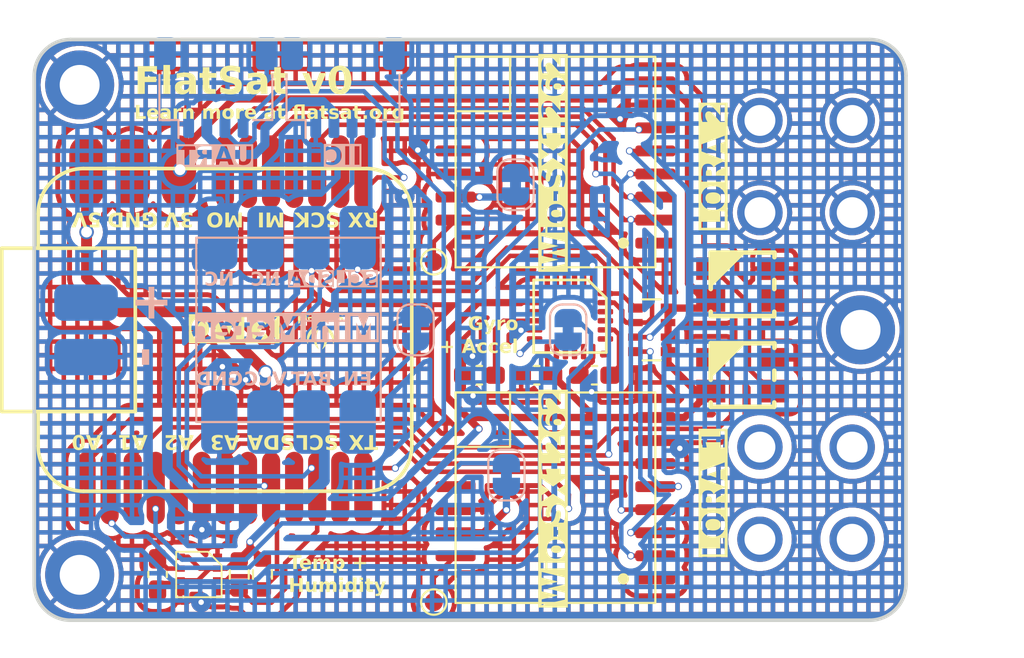
<source format=kicad_pcb>
(kicad_pcb (version 20221018) (generator pcbnew)
  (layers (0 "F.Cu" signal) (31 "B.Cu" signal) (34 "B.Paste" user) (35 "F.Paste" user) (36 "B.SilkS" user "B.Silkscreen") (37 "F.SilkS" user "F.Silkscreen") (38 "B.Mask" user) (39 "F.Mask" user) (44 "Edge.Cuts" user))
  (net 0 "")
  (net 1 "Net-(U2-REGOUT)")
  (net 2 "GND")
  (net 3 "Net-(U2-CPOUT)")
  (net 4 "+3V3")
  (net 11 "Net-(D1-DOUT)")
  (net 19 "SCL")
  (net 20 "SDA")
  (net 21 "Net-(JP1-B)")
  (net 22 "LED")
  (net 24 "CS1")
  (net 25 "CS2")
  (net 26 "SCK")
  (net 27 "MISO")
  (net 28 "MOSI")
  (net 29 "VCC")
  (net 35 "MCU_TX")
  (net 36 "MCU_RX")
  (net 37 "Net-(RN1C-R3.1)")
  (net 38 "Net-(RN1D-R4.1)")
  (net 39 "VBAT")
  (net 40 "Net-(JP2-A)")
  (net 41 "INT")
  (net 42 "Net-(JP3-A)")
  (net 43 "BUSY1")
  (net 44 "Net-(JP5-A)")
  (net 45 "BUSY2")
  (net 46 "Net-(U5-DI01)")
  (net 47 "Net-(U6-DI01)")
  (footprint "Sensor_Motion:InvenSense_QFN-24_4x4mm_P0.5mm" (layer "F.Cu") (at 5.5 -0.75 -90)
    (fp_text reference "U2" hide)
    (fp_text value "MPU-6050")
  )
  (footprint "Seeed:Wio-SX1262" (layer "F.Cu") (at 4.7 9.25 90)
    (fp_text reference "U6" hide)
    (fp_text value "~")
  )
  (footprint "Package_LGA:Bosch_LGA-8_2.5x2.5mm_P0.65mm_ClockwisePinNumbering" (layer "F.Cu") (at -14.935 13.48 -90)
    (fp_text reference "U3" hide)
    (fp_text value "BME280")
  )
  (footprint "MountingHole:MountingHole_2.2mm_M2_DIN965_Pad" (layer "F.Cu") (at -21.5 13.5)
    (fp_text reference "REF**" hide)
    (fp_text value "M2" hide)
  )
  (footprint "Capacitor_SMD:C_0603_1608Metric_Pad1.08x0.95mm_HandSolder" (layer "F.Cu") (at 0.5125 2.5 180)
    (fp_text reference "C1" hide)
    (fp_text value "0.1uf")
  )
  (footprint "Capacitor_SMD:C_0603_1608Metric_Pad1.08x0.95mm_HandSolder" (layer "F.Cu") (at 3.675 2.5 180)
    (fp_text reference "C4" hide)
    (fp_text value "0.1uf")
  )
  (footprint "Connector_Coaxial:SMA_Amphenol_901-143_Horizontal" (layer "F.Cu") (at 18.5 9 -90)
    (fp_text reference "AE1" hide)
    (fp_text value "u.fl to SMA Edge Mount")
  )
  (footprint "MountingHole:MountingHole_2.2mm_M2_DIN965_Pad" (layer "F.Cu") (at 21.5 0)
    (fp_text reference "REF**" hide)
    (fp_text value "M2" hide)
  )
  (footprint "Connector_Coaxial:SMA_Amphenol_901-143_Horizontal" (layer "F.Cu") (at 18.5 -9 -90)
    (fp_text reference "AE2" hide)
    (fp_text value "u.fl to SMA Edge Mount")
  )
  (footprint "Capacitor_SMD:C_0603_1608Metric_Pad1.08x0.95mm_HandSolder" (layer "F.Cu") (at 6.85 2.5 180)
    (fp_text reference "C2" hide)
    (fp_text value "2.2uf")
  )
  (footprint "Capacitor_SMD:C_0603_1608Metric_Pad1.08x0.95mm_HandSolder" (layer "F.Cu") (at -17.21 13.48 90)
    (fp_text reference "C3" hide)
    (fp_text value "0.1uf")
  )
  (footprint "Seeed:XIAO_SMT" (layer "F.Cu") (at -13.5 0 -90)
    (fp_text reference "U1" hide)
    (fp_text value "Xiao" hide)
  )
  (footprint "LED_SMD:LED_SK6812MINI_PLCC4_3.5x3.5mm_P1.75mm" (layer "F.Cu") (at 15 -2.5 180)
    (fp_text reference "D2" hide)
    (fp_text value "SK6812MINI")
  )
  (footprint "LED_SMD:LED_SK6812MINI_PLCC4_3.5x3.5mm_P1.75mm" (layer "F.Cu") (at 15 2.5 180)
    (fp_text reference "D1" hide)
    (fp_text value "SK6812MINI")
  )
  (footprint "Resistor_SMD:R_0603_1608Metric" (layer "F.Cu") (at -12.71 13.48 90)
    (fp_text reference "R4" hide)
    (fp_text value "10K")
  )
  (footprint "TestPoint:TestPoint_Pad_D1.0mm" (layer "F.Cu") (at -2 15)
    (fp_text reference "TP2" hide)
    (fp_text value "TestPoint" hide)
  )
  (footprint "TestPoint:TestPoint_Pad_D1.0mm" (layer "F.Cu") (at -2 -3.75)
    (fp_text reference "TP1" hide)
    (fp_text value "TestPoint" hide)
  )
  (footprint "Seeed:Wio-SX1262" (layer "F.Cu") (at 4.7 -9.25 90)
    (fp_text reference "U5" hide)
    (fp_text value "~")
  )
  (footprint "Resistor_SMD:R_Array_Convex_4x0603" (layer "F.Cu") (at 10 0)
    (fp_text reference "RN1" hide)
    (fp_text value "10K")
  )
  (footprint "MountingHole:MountingHole_2.2mm_M2_DIN965_Pad" (layer "F.Cu") (at -21.5 -13.5)
    (fp_text reference "REF**" hide)
    (fp_text value "M2" hide)
  )
  (footprint "Resistor_SMD:R_0603_1608Metric" (layer "F.Cu") (at -11.435 13.48 -90)
    (fp_text reference "R5" hide)
    (fp_text value "10K")
  )
  (footprint "PicoCharge:MiniMeter" (layer "B.Cu") (at -10 0)
    (fp_text reference "U4" hide)
    (fp_text value "MiniMeter")
  )
  (footprint "Jumper:SolderJumper-2_P1.3mm_Bridged_RoundedPad1.0x1.5mm" (layer "B.Cu") (at -3 0 -90)
    (fp_text reference "JP1" hide)
    (fp_text value "SolderJumper_2_Bridged")
  )
  (footprint "Connector_JST:JST_PH_S2B-PH-SM4-TB_1x02-1MP_P2.00mm_Horizontal" (layer "B.Cu") (at -24 0 90)
    (fp_text reference "J1" hide)
    (fp_text value "LiPo" hide)
  )
  (footprint "Jumper:SolderJumper-2_P1.3mm_Bridged_RoundedPad1.0x1.5mm" (layer "B.Cu") (at 5.4 0 90)
    (fp_text reference "JP2" hide)
    (fp_text value "SolderJumper_2_Bridged")
  )
  (footprint "Connector_JST:JST_SH_SM04B-SRSS-TB_1x04-1MP_P1.00mm_Horizontal" (layer "B.Cu") (at -14 -13.35)
    (fp_text reference "J2" hide)
    (fp_text value "Conn_01x04_MountingPin")
  )
  (footprint "Connector_JST:JST_SH_SM04B-SRSS-TB_1x04-1MP_P1.00mm_Horizontal" (layer "B.Cu") (at -7 -13.35)
    (fp_text reference "J3" hide)
    (fp_text value "Conn_01x04_MountingPin")
  )
  (footprint "Jumper:SolderJumper-2_P1.3mm_Bridged_RoundedPad1.0x1.5mm" (layer "B.Cu") (at 2.5 -8 90)
    (fp_text reference "JP3" hide)
    (fp_text value "SolderJumper_2_Bridged")
  )
  (footprint "Jumper:SolderJumper-2_P1.3mm_Bridged_RoundedPad1.0x1.5mm" (layer "B.Cu") (at 2 8 90)
    (fp_text reference "JP5" hide)
    (fp_text value "SolderJumper_2_Bridged")
  )
  (gr_arc (start -24 -14) (mid -23.414214 -15.414214) (end -22 -16) (stroke (width 0.2)) (layer "Edge.Cuts"))
  (gr_arc (start 24 14) (mid 23.414214 15.414214) (end 22 16) (stroke (width 0.2)) (layer "Edge.Cuts"))
  (gr_line (start -22 16) (end 22 16) (stroke (width 0.2)) (layer "Edge.Cuts"))
  (gr_line (start 22 -16) (end -22 -16) (stroke (width 0.2)) (layer "Edge.Cuts"))
  (gr_arc (start -22 16) (mid -23.414214 15.414214) (end -24 14) (stroke (width 0.2)) (layer "Edge.Cuts"))
  (gr_line (start -24 -14) (end -24 14) (stroke (width 0.2)) (layer "Edge.Cuts"))
  (gr_line (start 24 14) (end 24 -14) (stroke (width 0.2)) (layer "Edge.Cuts"))
  (gr_arc (start 22 -16) (mid 23.414214 -15.414214) (end 24 -14) (stroke (width 0.2)) (layer "Edge.Cuts"))
  (gr_text "Temp +\nHumidity" (at -10 13.5) (layer "F.SilkS") (effects (font (size 0.75 0.75) (thickness 0.1875) bold) (justify left)))
  (gr_text "Learn more at flatsat.org" (at -18.5 -11.5) (layer "F.SilkS") (effects (font (size 0.75 0.75) (thickness 0.1875) bold) (justify left bottom)))
  (gr_text "FlatSat v0\n" (at -18.5 -12.75) (layer "F.SilkS") (effects (font (size 1.5 1.5) (thickness 0.3) bold) (justify left bottom)))
  (gr_text "Gyro\n+ Accel" (at 2.66 1.4) (layer "F.SilkS") (effects (font (size 0.75 0.75) (thickness 0.1875) bold) (justify right bottom)))
  (segment (start 1.84 -0.5) (end 3.55 -0.5) (width 0.25) (layer "F.Cu") (net 1))
  (segment (start 1.375 2.5) (end 1.375 -0.035) (width 0.25) (layer "F.Cu") (net 1))
  (segment (start 1.375 -0.035) (end 1.84 -0.5) (width 0.25) (layer "F.Cu") (net 1))
  (segment (start 2.826933 0) (end 3.55 0) (width 0.25) (layer "F.Cu") (net 2))
  (segment (start 5.9875 2.6975) (end 6.69 3.4) (width 0.25) (layer "F.Cu") (net 2))
  (segment (start 6.75 1.7375) (end 5.9875 2.5) (width 0.25) (layer "F.Cu") (net 2))
  (segment (start 11.55 6.53) (end 11.56 6.54) (width 0.25) (layer "F.Cu") (net 2))
  (segment (start 6.74 -3.55) (end 6.73 -3.55) (width 0.25) (layer "F.Cu") (net 2))
  (segment (start 11.55 6.53) (end 11.12 6.1) (width 0.25) (layer "F.Cu") (net 2))
  (segment (start 6.75 -3.53) (end 6.74 -3.54) (width 0.25) (layer "F.Cu") (net 2))
  (segment (start 6.7 3.41) (end 6.7 3.41) (width 0.25) (layer "F.Cu") (net 2))
  (segment (start 6.75 -2.7) (end 6.75 -3.53) (width 0.25) (layer "F.Cu") (net 2))
  (segment (start 6.73 -3.55) (end 6.74 -3.54) (width 0.25) (layer "F.Cu") (net 2))
  (segment (start 11.12 6.1) (end 10.2 6.1) (width 0.25) (layer "F.Cu") (net 2))
  (segment (start 6.69 3.41) (end 6.7 3.41) (width 0.25) (layer "F.Cu") (net 2))
  (segment (start 6.69 3.4) (end 6.69 3.41) (width 0.25) (layer "F.Cu") (net 2))
  (segment (start 5.9875 2.5) (end 5.9875 2.6975) (width 0.25) (layer "F.Cu") (net 2))
  (segment (start -15.96 13.155) (end -16.6725 13.155) (width 0.25) (layer "F.Cu") (net 2))
  (segment (start 6.74 -3.54) (end 6.74 -3.55) (width 0.25) (layer "F.Cu") (net 2))
  (segment (start 6.75 1.2) (end 6.75 1.7375) (width 0.25) (layer "F.Cu") (net 2))
  (segment (start 2.802433 0.0245) (end 2.826933 0) (width 0.25) (layer "F.Cu") (net 2))
  (segment (start -16.6725 13.155) (end -17.21 12.6175) (width 0.25) (layer "F.Cu") (net 2))
  (via (at 0.16 3.63) (size 0.4) (drill 0.3) (layers "F.Cu" "B.Cu") (net 2))
  (via (at 6.69 3.41) (size 0.4) (drill 0.3) (layers "F.Cu" "B.Cu") (net 2))
  (via (at 2.802433 0.0245) (size 0.4) (drill 0.3) (layers "F.Cu" "B.Cu") (net 2))
  (via (at 8.26 -11.63) (size 0.4) (drill 0.3) (layers "F.Cu" "B.Cu") (net 2))
  (via (at 11.55 6.53) (size 0.4) (drill 0.3) (layers "F.Cu" "B.Cu") (net 2))
  (via (at -12.36 2.75) (size 0.4) (drill 0.3) (layers "F.Cu" "B.Cu") (net 2))
  (via (at 0.13 1.45) (size 0.4) (drill 0.3) (layers "F.Cu" "B.Cu") (net 2))
  (via (at -14.81 15.01) (size 0.4) (drill 0.3) (layers "F.Cu" "B.Cu") (net 2))
  (via (at 6.74 -3.55) (size 0.4) (drill 0.3) (layers "F.Cu" "B.Cu") (net 2))
  (via (at -2.88 -9.91) (size 0.4) (drill 0.3) (layers "F.Cu" "B.Cu") (net 2))
  (via (at -14.77 11.01) (size 0.4) (drill 0.3) (layers "F.Cu" "B.Cu") (net 2))
  (via (at -3.61 -7.36) (size 0.4) (drill 0.3) (layers "F.Cu" "B.Cu") (net 2))
  (via (at -13.64 2.03) (size 0.4) (drill 0.3) (layers "F.Cu" "B.Cu") (net 2))
  (segment (start 7.7125 2.5) (end 8.2 2.0125) (width 0.25) (layer "F.Cu") (net 3))
  (segment (start 7.940685 0) (end 7.45 0) (width 0.25) (layer "F.Cu") (net 3))
  (segment (start 8.2 2.0125) (end 8.2 0.259315) (width 0.25) (layer "F.Cu") (net 3))
  (segment (start 8.2 0.259315) (end 7.940685 0) (width 0.25) (layer "F.Cu") (net 3))
  (segment (start 10.9 1.85) (end 12.425 3.375) (width 0.4) (layer "F.Cu") (net 4))
  (segment (start 10.2 4.83) (end 11.795 4.83) (width 0.4) (layer "F.Cu") (net 4))
  (segment (start -12.12 12.065) (end -12.12 11.68) (width 0.4) (layer "F.Cu") (net 4))
  (segment (start 8.47 -13.67) (end 10.2 -13.67) (width 0.4) (layer "F.Cu") (net 4))
  (segment (start 0.48 5.45) (end 0.48 5.46) (width 0.4) (layer "F.Cu") (net 4))
  (segment (start -15.96 13.805) (end -14.985 13.805) (width 0.25) (layer "F.Cu") (net 4))
  (segment (start 10.9 1.2) (end 10.9 -1.2) (width 0.4) (layer "F.Cu") (net 4))
  (segment (start -13.91 13.155) (end -13.41 13.155) (width 0.25) (layer "F.Cu") (net 4))
  (segment (start -13.41 13.155) (end -12.91 12.655) (width 0.25) (layer "F.Cu") (net 4))
  (segment (start 0.49 5.46) (end 0.49 5.47) (width 0.4) (layer "F.Cu") (net 4))
  (segment (start -15.535 12.505) (end -15.96 12.505) (width 0.25) (layer "F.Cu") (net 4))
  (segment (start 0.48 5.46) (end 0.49 5.46) (width 0.4) (layer "F.Cu") (net 4))
  (segment (start -13.91 13.155) (end -14.885 13.155) (width 0.25) (layer "F.Cu") (net 4))
  (segment (start 10.9 1.2) (end 10.9 1.85) (width 0.4) (layer "F.Cu") (net 4))
  (segment (start -14.335 13.155) (end -13.91 13.155) (width 0.25) (layer "F.Cu") (net 4))
  (segment (start 12.95 -1.625) (end 12.025 -2.55) (width 0.4) (layer "F.Cu") (net 4))
  (segment (start -17.0725 13.955) (end -16.11 13.955) (width 0.25) (layer "F.Cu") (net 4))
  (segment (start -12.71 12.655) (end -12.12 12.065) (width 0.4) (layer "F.Cu") (net 4))
  (segment (start -0.14 4.83) (end 6.8675 4.83) (width 0.4) (layer "F.Cu") (net 4))
  (segment (start -0.14 4.83) (end 0.48 5.45) (width 0.4) (layer "F.Cu") (net 4))
  (segment (start -14.885 13.155) (end -15.535 12.505) (width 0.25) (layer "F.Cu") (net 4))
  (segment (start -1.2875 3.6825) (end -0.14 4.83) (width 0.4) (layer "F.Cu") (net 4))
  (segment (start 4.5375 2.5) (end 4.25 2.2125) (width 0.25) (layer "F.Cu") (net 4))
  (segment (start 3.55 -1.5) (end 2.79 -1.5) (width 0.25) (layer "F.Cu") (net 4))
  (segment (start 10.9 -1.2) (end 12.825 -1.2) (width 0.4) (layer "F.Cu") (net 4))
  (segment (start 10.807817 -13.67) (end 10.2 -13.67) (width 0.4) (layer "F.Cu") (net 4))
  (segment (start 12.025 -12.452817) (end 10.807817 -13.67) (width 0.4) (layer "F.Cu") (net 4))
  (segment (start 4.5375 2.5) (end 6.8675 4.83) (width 0.4) (layer "F.Cu") (net 4))
  (segment (start 0.49 5.46) (end 0.49 5.46) (width 0.4) (layer "F.Cu") (net 4))
  (segment (start 6.8675 4.83) (end 10.2 4.83) (width 0.4) (layer "F.Cu") (net 4))
  (segment (start 2.79 -1.5) (end 0.43 -1.5) (width 0.4) (layer "F.Cu") (net 4))
  (segment (start -14.985 13.805) (end -14.335 13.155) (width 0.25) (layer "F.Cu") (net 4))
  (segment (start 11.795 4.83) (end 13.25 3.375) (width 0.4) (layer "F.Cu") (net 4))
  (segment (start 12.825 -1.2) (end 13.25 -1.625) (width 0.25) (layer "F.Cu") (net 4))
  (segment (start -13.035 -12.725) (end 7.525 -12.725) (width 0.4) (layer "F.Cu") (net 4))
  (segment (start 12.425 3.375) (end 13.25 3.375) (width 0.4) (layer "F.Cu") (net 4))
  (segment (start -16.11 13.955) (end -15.96 13.805) (width 0.25) (layer "F.Cu") (net 4))
  (segment (start 7.525 -12.725) (end 8.47 -13.67) (width 0.4) (layer "F.Cu") (net 4))
  (segment (start -1.2875 0.2175) (end -1.2875 3.6825) (width 0.4) (layer "F.Cu") (net 4))
  (segment (start 0.43 -1.5) (end -1.2875 0.2175) (width 0.4) (layer "F.Cu") (net 4))
  (segment (start -17.46 14.3425) (end -17.0725 13.955) (width 0.25) (layer "F.Cu") (net 4))
  (segment (start 12.025 -2.55) (end 12.025 -12.452817) (width 0.4) (layer "F.Cu") (net 4))
  (segment (start -15.975 -9.785) (end -13.035 -12.725) (width 0.4) (layer "F.Cu") (net 4))
  (segment (start -12.91 12.655) (end -12.71 12.655) (width 0.25) (layer "F.Cu") (net 4))
  (segment (start -12.12 11.97) (end -11.435 12.655) (width 0.4) (layer "F.Cu") (net 4))
  (segment (start 4.25 2.2125) (end 4.25 1.2) (width 0.25) (layer "F.Cu") (net 4))
  (segment (start 13.25 -1.625) (end 12.95 -1.625) (width 0.4) (layer "F.Cu") (net 4))
  (segment (start -15.975 -8.825) (end -15.975 -9.785) (width 0.4) (layer "F.Cu") (net 4))
  (via (at 0.48 5.46) (size 0.4) (drill 0.3) (layers "F.Cu" "B.Cu") (net 4))
  (via (at -12.12 11.68) (size 0.4) (drill 0.3) (layers "F.Cu" "B.Cu") (net 4))
  (via (at -15.975 -8.825) (size 0.8) (drill 0.6) (layers "F.Cu" "B.Cu") (net 4))
  (segment (start 0.48 5.46) (end -4.2 10.14) (width 0.4) (layer "B.Cu") (net 4))
  (segment (start -14.5 -11.35) (end -14.5 -10.726472) (width 0.5) (layer "B.Cu") (net 4))
  (segment (start -15.135 -9.665) (end -15.975 -8.825) (width 0.5) (layer "B.Cu") (net 4))
  (segment (start -13.438528 -9.665) (end -15.135 -9.665) (width 0.5) (layer "B.Cu") (net 4))
  (segment (start -4.2 10.14) (end -10.58 10.14) (width 0.4) (layer "B.Cu") (net 4))
  (segment (start -8.101472 -12.575) (end -7.5 -11.973528) (width 0.5) (layer "B.Cu") (net 4))
  (segment (start -11.3 -11.100432) (end -9.825432 -12.575) (width 0.5) (layer "B.Cu") (net 4))
  (segment (start -13.438528 -9.665) (end -11.86 -9.665) (width 0.5) (layer "B.Cu") (net 4))
  (segment (start -10.58 10.14) (end -12.12 11.68) (width 0.4) (layer "B.Cu") (net 4))
  (segment (start -11.3 -10.225) (end -11.3 -11.100432) (width 0.5) (layer "B.Cu") (net 4))
  (segment (start -11.86 -9.665) (end -11.3 -10.225) (width 0.5) (layer "B.Cu") (net 4))
  (segment (start -9.825432 -12.575) (end -8.101472 -12.575) (width 0.5) (layer "B.Cu") (net 4))
  (segment (start -14.5 -10.726472) (end -13.438528 -9.665) (width 0.5) (layer "B.Cu") (net 4))
  (segment (start -7.5 -11.973528) (end -7.5 -11.35) (width 0.5) (layer "B.Cu") (net 4))
  (segment (start 13.25 -3.375) (end 13.425 -3.375) (width 0.25) (layer "F.Cu") (net 11))
  (segment (start 16.575 3.375) (end 16.75 3.375) (width 0.25) (layer "F.Cu") (net 11))
  (segment (start 13.425 -3.375) (end 15.35 -1.45) (width 0.25) (layer "F.Cu") (net 11))
  (segment (start 15.35 2.15) (end 16.575 3.375) (width 0.25) (layer "F.Cu") (net 11))
  (segment (start 15.35 -1.45) (end 15.35 2.15) (width 0.25) (layer "F.Cu") (net 11))
  (segment (start 8.375 -0.625) (end 8.6 -0.4) (width 0.25) (layer "F.Cu") (net 19))
  (segment (start 10.02 -0.67) (end 10.02 -1.648859) (width 0.25) (layer "F.Cu") (net 19))
  (segment (start -10.185 12.855) (end -8.42 11.09) (width 0.25) (layer "F.Cu") (net 19))
  (segment (start -6.19 -3.34) (end -6.21 -3.34) (width 0.25) (layer "F.Cu") (net 19))
  (segment (start 9.75 -0.4) (end 10.02 -0.67) (width 0.25) (layer "F.Cu") (net 19))
  (segment (start 8.6 -0.4) (end 9.1 -0.4) (width 0.25) (layer "F.Cu") (net 19))
  (segment (start 7.45 -1.5) (end 7.940685 -1.5) (width 0.25) (layer "F.Cu") (net 19))
  (segment (start 9.1 -0.4) (end 9.75 -0.4) (width 0.25) (layer "F.Cu") (net 19))
  (segment (start 2.018604 -4.525) (end 0.093604 -2.6) (width 0.25) (layer "F.Cu") (net 19))
  (segment (start 0.093604 -2.6) (end -5.47 -2.6) (width 0.25) (layer "F.Cu") (net 19))
  (segment (start 7.143859 -4.525) (end 2.018604 -4.525) (width 0.25) (layer "F.Cu") (net 19))
  (segment (start -10.942538 15.03) (end -10.185 14.272462) (width 0.25) (layer "F.Cu") (net 19))
  (segment (start -10.185 14.272462) (end -10.185 12.855) (width 0.25) (layer "F.Cu") (net 19))
  (segment (start 8.375 -1.065685) (end 8.375 -0.625) (width 0.25) (layer "F.Cu") (net 19))
  (segment (start -5.47 -2.6) (end -6.19 -3.32) (width 0.25) (layer "F.Cu") (net 19))
  (segment (start -12.71 14.305) (end -11.985 15.03) (width 0.25) (layer "F.Cu") (net 19))
  (segment (start -12.86 14.455) (end -12.71 14.305) (width 0.25) (layer "F.Cu") (net 19))
  (segment (start -11.985 15.03) (end -10.942538 15.03) (width 0.25) (layer "F.Cu") (net 19))
  (segment (start -6.19 -3.32) (end -6.19 -3.34) (width 0.25) (layer "F.Cu") (net 19))
  (segment (start -13.91 14.455) (end -12.86 14.455) (width 0.25) (layer "F.Cu") (net 19))
  (segment (start -6.21 -3.34) (end -6.19 -3.32) (width 0.25) (layer "F.Cu") (net 19))
  (segment (start -8.42 11.09) (end -8.42 7.62) (width 0.25) (layer "F.Cu") (net 19))
  (segment (start 7.940685 -1.5) (end 8.375 -1.065685) (width 0.25) (layer "F.Cu") (net 19))
  (segment (start 10.02 -1.648859) (end 7.143859 -4.525) (width 0.25) (layer "F.Cu") (net 19))
  (via (at -6.19 -3.34) (size 0.4) (drill 0.3) (layers "F.Cu" "B.Cu") (net 19))
  (via (at -8.7295 7.62) (size 0.4) (drill 0.3) (layers "F.Cu" "B.Cu") (net 19))
  (segment (start -14.243604 0.94) (end -10.753604 0.94) (width 0.25) (layer "B.Cu") (net 19))
  (segment (start -5.5 -5.77) (end -6.19 -5.08) (width 0.25) (layer "B.Cu") (net 19))
  (segment (start -8.28 -1.533604) (end -8.28 -2.28) (width 0.25) (layer "B.Cu") (net 19))
  (segment (start -14.79972 8.07) (end -15.595 7.27472) (width 0.25) (layer "B.Cu") (net 19))
  (segment (start -10.753604 0.94) (end -8.28 -1.533604) (width 0.25) (layer "B.Cu") (net 19))
  (segment (start -6.19 -4.37) (end -6.19 -5.08) (width 0.25) (layer "B.Cu") (net 19))
  (segment (start -15.595 7.27472) (end -15.595 2.291396) (width 0.25) (layer "B.Cu") (net 19))
  (segment (start -8.7295 7.62) (end -9.1795 8.07) (width 0.25) (layer "B.Cu") (net 19))
  (segment (start -5.5 -11.35) (end -5.5 -5.77) (width 0.25) (layer "B.Cu") (net 19))
  (segment (start -8.28 -2.28) (end -6.19 -4.37) (width 0.25) (layer "B.Cu") (net 19))
  (segment (start -15.595 2.291396) (end -14.243604 0.94) (width 0.25) (layer "B.Cu") (net 19))
  (segment (start -9.1795 8.07) (end -14.79972 8.07) (width 0.25) (layer "B.Cu") (net 19))
  (segment (start 6.957463 -4.075) (end 7.45 -3.582463) (width 0.25) (layer "F.Cu") (net 20))
  (segment (start -13.202462 13.58) (end -12.16 13.58) (width 0.25) (layer "F.Cu") (net 20))
  (segment (start -12.16 13.58) (end -11.435 14.305) (width 0.25) (layer "F.Cu") (net 20))
  (segment (start 7.45 -3.582463) (end 7.45 -2) (width 0.25) (layer "F.Cu") (net 20))
  (segment (start -8.73 -3.26) (end -7.62 -2.15) (width 0.25) (layer "F.Cu") (net 20))
  (segment (start -11.435 14.305) (end -10.635 13.505) (width 0.25) (layer "F.Cu") (net 20))
  (segment (start 2.205 -4.075) (end 6.957463 -4.075) (width 0.25) (layer "F.Cu") (net 20))
  (segment (start 7.45 -2) (end 8.3 -2) (width 0.25) (layer "F.Cu") (net 20))
  (segment (start 0.28 -2.15) (end 2.205 -4.075) (width 0.25) (layer "F.Cu") (net 20))
  (segment (start 8.3 -2) (end 9.1 -1.2) (width 0.25) (layer "F.Cu") (net 20))
  (segment (start -7.62 -2.15) (end 0.28 -2.15) (width 0.25) (layer "F.Cu") (net 20))
  (segment (start -10.635 7.945) (end -10.96 7.62) (width 0.25) (layer "F.Cu") (net 20))
  (segment (start -10.635 13.505) (end -10.635 7.945) (width 0.25) (layer "F.Cu") (net 20))
  (segment (start -13.91 13.805) (end -13.427462 13.805) (width 0.25) (layer "F.Cu") (net 20))
  (segment (start -13.427462 13.805) (end -13.202462 13.58) (width 0.25) (layer "F.Cu") (net 20))
  (via (at -8.73 -3.26) (size 0.4) (drill 0.3) (layers "F.Cu" "B.Cu") (net 20))
  (via (at -11.3305 8.6005) (size 0.4) (drill 0.3) (layers "F.Cu" "B.Cu") (net 20))
  (segment (start -16.045 7.461116) (end -16.045 2.105) (width 0.25) (layer "B.Cu") (net 20))
  (segment (start -6.5 -8.09) (end -8.73 -5.86) (width 0.25) (layer "B.Cu") (net 20))
  (segment (start -8.73 -5.86) (end -8.73 -5.08) (width 0.25) (layer "B.Cu") (net 20))
  (segment (start -14.905616 8.6005) (end -16.045 7.461116) (width 0.25) (layer "B.Cu") (net 20))
  (segment (start -8.73 -1.72) (end -8.73 -5.08) (width 0.25) (layer "B.Cu") (net 20))
  (segment (start -10.94 0.49) (end -8.73 -1.72) (width 0.25) (layer "B.Cu") (net 20))
  (segment (start -14.43 0.49) (end -10.94 0.49) (width 0.25) (layer "B.Cu") (net 20))
  (segment (start -6.5 -11.35) (end -6.5 -8.09) (width 0.25) (layer "B.Cu") (net 20))
  (segment (start -16.045 2.105) (end -14.43 0.49) (width 0.25) (layer "B.Cu") (net 20))
  (segment (start -11.3305 8.6005) (end -14.905616 8.6005) (width 0.25) (layer "B.Cu") (net 20))
  (segment (start -3 1.16) (end -3 0.65) (width 0.25) (layer "B.Cu") (net 21))
  (segment (start -6.19 4.35) (end -3 1.16) (width 0.25) (layer "B.Cu") (net 21))
  (segment (start -6.19 5.08) (end -6.19 4.35) (width 0.25) (layer "B.Cu") (net 21))
  (segment (start -21.12 7.62) (end -21.12 7.323274) (width 0.25) (layer "F.Cu") (net 22))
  (segment (start -1.89 6.47) (end 6.98 6.47) (width 0.25) (layer "F.Cu") (net 22))
  (segment (start 13.425 1.625) (end 13.25 1.625) (width 0.25) (layer "F.Cu") (net 22))
  (segment (start -18.716726 4.92) (end -3.44 4.92) (width 0.25) (layer "F.Cu") (net 22))
  (segment (start -21.12 7.323274) (end -18.716726 4.92) (width 0.25) (layer "F.Cu") (net 22))
  (segment (start 13.645 5.455) (end 14.375 4.725) (width 0.25) (layer "F.Cu") (net 22))
  (segment (start 14.375 4.725) (end 14.375 2.575) (width 0.25) (layer "F.Cu") (net 22))
  (segment (start 7.995 5.455) (end 13.645 5.455) (width 0.25) (layer "F.Cu") (net 22))
  (segment (start -3.44 4.92) (end -1.89 6.47) (width 0.25) (layer "F.Cu") (net 22))
  (segment (start 14.375 2.575) (end 13.425 1.625) (width 0.25) (layer "F.Cu") (net 22))
  (segment (start 6.98 6.47) (end 7.995 5.455) (width 0.25) (layer "F.Cu") (net 22))
  (segment (start -16.97 5.37) (end -18.58 6.98) (width 0.25) (layer "F.Cu") (net 24))
  (segment (start -18.58 6.98) (end -18.58 7.62) (width 0.25) (layer "F.Cu") (net 24))
  (segment (start -3.626396 5.37) (end -16.97 5.37) (width 0.25) (layer "F.Cu") (net 24))
  (segment (start 7.5555 6.92) (end -2.076396 6.92) (width 0.25) (layer "F.Cu") (net 24))
  (segment (start 7.63 6.8455) (end 7.5555 6.92) (width 0.25) (layer "F.Cu") (net 24))
  (segment (start -2.076396 6.92) (end -3.626396 5.37) (width 0.25) (layer "F.Cu") (net 24))
  (via (at 9.29 -11.04) (size 0.4) (drill 0.3) (layers "F.Cu" "B.Cu") (net 24))
  (via (at 7.63 6.8455) (size 0.4) (drill 0.3) (layers "F.Cu" "B.Cu") (net 24))
  (segment (start 5.97 -9.88) (end 7.13 -11.04) (width 0.25) (layer "B.Cu") (net 24))
  (segment (start 7.13 -11.04) (end 9.29 -11.04) (width 0.25) (layer "B.Cu") (net 24))
  (segment (start 7.63 6.8455) (end 7.638604 6.836896) (width 0.25) (layer "B.Cu") (net 24))
  (segment (start 7.638604 -4.081396) (end 5.97 -5.75) (width 0.25) (layer "B.Cu") (net 24))
  (segment (start 5.97 -5.75) (end 5.97 -9.88) (width 0.25) (layer "B.Cu") (net 24))
  (segment (start 7.638604 6.836896) (end 7.638604 -4.081396) (width 0.25) (layer "B.Cu") (net 24))
  (segment (start -2.262792 7.37) (end 10.2 7.37) (width 0.25) (layer "F.Cu") (net 25))
  (segment (start -14.77 5.82) (end -3.812792 5.82) (width 0.25) (layer "F.Cu") (net 25))
  (segment (start -16.04 7.62) (end -16.04 7.09) (width 0.25) (layer "F.Cu") (net 25))
  (segment (start -3.812792 5.82) (end -2.262792 7.37) (width 0.25) (layer "F.Cu") (net 25))
  (segment (start -16.04 7.09) (end -14.77 5.82) (width 0.25) (layer "F.Cu") (net 25))
  (segment (start 8.325 9.925) (end 8.34 9.91) (width 0.25) (layer "F.Cu") (net 26))
  (segment (start 6.9255 -10.226708) (end 5.852208 -11.3) (width 0.25) (layer "F.Cu") (net 26))
  (segment (start 8.825 -8.6) (end 8.835 -8.59) (width 0.25) (layer "F.Cu") (net 26))
  (segment (start 6.9255 -8.6) (end 6.9255 -10.226708) (width 0.25) (layer "F.Cu") (net 26))
  (segment (start -7.47 -11.3) (end -8.42 -10.35) (width 0.25) (layer "F.Cu") (net 26))
  (segment (start 8.835 -8.59) (end 10.2 -8.59) (width 0.25) (layer "F.Cu") (net 26))
  (segment (start 8.34 9.91) (end 10.2 9.91) (width 0.25) (layer "F.Cu") (net 26))
  (segment (start 5.852208 -11.3) (end -7.47 -11.3) (width 0.25) (layer "F.Cu") (net 26))
  (segment (start -8.42 -10.35) (end -8.42 -7.62) (width 0.25) (layer "F.Cu") (net 26))
  (via (at 6.9255 -8.6) (size 0.4) (drill 0.3) (layers "F.Cu" "B.Cu") (net 26))
  (via (at 8.825 -8.6) (size 0.4) (drill 0.3) (layers "F.Cu" "B.Cu") (net 26))
  (via (at 8.325 9.925) (size 0.4) (drill 0.3) (layers "F.Cu" "B.Cu") (net 26))
  (segment (start 8.325 9.925) (end 8.325 -7.5) (width 0.25) (layer "B.Cu") (net 26))
  (segment (start 7.825 -8.6) (end 6.9255 -8.6) (width 0.25) (layer "B.Cu") (net 26))
  (segment (start 8.325 -8.1) (end 7.825 -8.6) (width 0.25) (layer "B.Cu") (net 26))
  (segment (start 8.325 -7.5) (end 8.325 -8.1) (width 0.25) (layer "B.Cu") (net 26))
  (segment (start 8.325 -8.1) (end 8.825 -8.6) (width 0.25) (layer "B.Cu") (net 26))
  (segment (start -10.96 -10.48) (end -9.69 -11.75) (width 0.25) (layer "F.Cu") (net 27))
  (segment (start 8.875 -6.05) (end 10.2 -6.05) (width 0.25) (layer "F.Cu") (net 27))
  (segment (start -9.69 -11.75) (end 6.038604 -11.75) (width 0.25) (layer "F.Cu") (net 27))
  (segment (start 6.038604 -11.75) (end 7.45 -10.338604) (width 0.25) (layer "F.Cu") (net 27))
  (segment (start 8.85 -6.075) (end 8.875 -6.05) (width 0.25) (layer "F.Cu") (net 27))
  (segment (start 7.45 -10.338604) (end 7.45 -7.125) (width 0.25) (layer "F.Cu") (net 27))
  (segment (start 7.45 -7.125) (end 8.525 -6.05) (width 0.25) (layer "F.Cu") (net 27))
  (segment (start 8.825 -6.05) (end 8.85 -6.075) (width 0.25) (layer "F.Cu") (net 27))
  (segment (start 8.525 -6.05) (end 8.825 -6.05) (width 0.25) (layer "F.Cu") (net 27))
  (segment (start 10.2 12.45) (end 8.85 12.45) (width 0.25) (layer "F.Cu") (net 27))
  (segment (start -10.96 -7.62) (end -10.96 -10.48) (width 0.25) (layer "F.Cu") (net 27))
  (via (at 8.85 -6.075) (size 0.4) (drill 0.3) (layers "F.Cu" "B.Cu") (net 27))
  (via (at 8.85 12.45) (size 0.4) (drill 0.3) (layers "F.Cu" "B.Cu") (net 27))
  (segment (start 8.85 10.175) (end 8.85 -6.075) (width 0.25) (layer "B.Cu") (net 27))
  (segment (start 8.85 12.45) (end 8.325 11.925) (width 0.25) (layer "B.Cu") (net 27))
  (segment (start 8.325 11.925) (end 8.325 10.7) (width 0.25) (layer "B.Cu") (net 27))
  (segment (start 8.325 10.7) (end 8.85 10.175) (width 0.25) (layer "B.Cu") (net 27))
  (segment (start 8.855 11.18) (end 8.85 11.175) (width 0.25) (layer "F.Cu") (net 28))
  (segment (start 10.2 11.18) (end 8.855 11.18) (width 0.25) (layer "F.Cu") (net 28))
  (segment (start -11.88 -12.2) (end 6.225 -12.2) (width 0.25) (layer "F.Cu") (net 28))
  (segment (start -13.5 -10.58) (end -11.88 -12.2) (width 0.25) (layer "F.Cu") (net 28))
  (segment (start 8.58 -7.32) (end 8.845 -7.32) (width 0.25) (layer "F.Cu") (net 28))
  (segment (start 7.9 -8) (end 8.58 -7.32) (width 0.25) (layer "F.Cu") (net 28))
  (segment (start 8.85 -7.325) (end 8.855 -7.32) (width 0.25) (layer "F.Cu") (net 28))
  (segment (start 8.845 -7.32) (end 8.85 -7.325) (width 0.25) (layer "F.Cu") (net 28))
  (segment (start 6.225 -12.2) (end 7.9 -10.525) (width 0.25) (layer "F.Cu") (net 28))
  (segment (start 8.855 -7.32) (end 10.2 -7.32) (width 0.25) (layer "F.Cu") (net 28))
  (segment (start -13.5 -7.62) (end -13.5 -10.58) (width 0.25) (layer "F.Cu") (net 28))
  (segment (start 7.9 -10.525) (end 7.9 -8) (width 0.25) (layer "F.Cu") (net 28))
  (via (at 8.85 11.175) (size 0.4) (drill 0.3) (layers "F.Cu" "B.Cu") (net 28))
  (via (at 8.85 -7.325) (size 0.4) (drill 0.3) (layers "F.Cu" "B.Cu") (net 28))
  (segment (start 8.85 11.175) (end 10.945 9.08) (width 0.25) (layer "B.Cu") (net 28))
  (segment (start 9.3745 8.150896) (end 9.3745 0.188282) (width 0.25) (layer "B.Cu") (net 28))
  (segment (start 9.3745 0.188282) (end 10.8 -1.237218) (width 0.25) (layer "B.Cu") (net 28))
  (segment (start 10.8 -5.375) (end 8.85 -7.325) (width 0.25) (layer "B.Cu") (net 28))
  (segment (start 10.303604 9.08) (end 9.3745 8.150896) (width 0.25) (layer "B.Cu") (net 28))
  (segment (start 10.8 -1.237218) (end 10.8 -5.375) (width 0.25) (layer "B.Cu") (net 28))
  (segment (start 10.945 9.08) (end 10.303604 9.08) (width 0.25) (layer "B.Cu") (net 28))
  (segment (start -21.12 -2.88) (end -21.12 -5.39) (width 0.6) (layer "F.Cu") (net 29))
  (segment (start -19.24 -1) (end -21.12 -2.88) (width 0.6) (layer "F.Cu") (net 29))
  (segment (start -11.26 2.33) (end -11.26 2.31) (width 0.6) (layer "F.Cu") (net 29))
  (segment (start -14.57 -1) (end -19.24 -1) (width 0.6) (layer "F.Cu") (net 29))
  (segment (start -21.12 -7.62) (end -21.12 -5.39) (width 0.6) (layer "F.Cu") (net 29))
  (segment (start -11.26 2.31) (end -14.57 -1) (width 0.6) (layer "F.Cu") (net 29))
  (via (at -21.12 -5.39) (size 0.8) (drill 0.6) (layers "F.Cu" "B.Cu") (net 29))
  (via (at -11.26 2.33) (size 0.8) (drill 0.6) (layers "F.Cu" "B.Cu") (net 29))
  (segment (start -11.27 2.34) (end -11.26 2.33) (width 0.6) (layer "B.Cu") (net 29))
  (segment (start -11.27 5.08) (end -11.27 2.34) (width 0.6) (layer "B.Cu") (net 29))
  (segment (start -5.88 7.62) (end -4.12 7.62) (width 0.25) (layer "F.Cu") (net 35))
  (via (at -4.12 7.62) (size 0.4) (drill 0.3) (layers "F.Cu" "B.Cu") (net 35))
  (segment (start -4 -9.89) (end -1.45 -7.34) (width 0.25) (layer "B.Cu") (net 35))
  (segment (start -12.5 -11.35) (end -10.25 -13.6) (width 0.25) (layer "B.Cu") (net 35))
  (segment (start -10.25 -13.6) (end -5.3 -13.6) (width 0.25) (layer "B.Cu") (net 35))
  (segment (start -4 -12.3) (end -4 -9.89) (width 0.25) (layer "B.Cu") (net 35))
  (segment (start -5.3 -13.6) (end -4 -12.3) (width 0.25) (layer "B.Cu") (net 35))
  (segment (start -1.45 -7.34) (end -1.45 4.95) (width 0.25) (layer "B.Cu") (net 35))
  (segment (start -1.45 4.95) (end -4.12 7.62) (width 0.25) (layer "B.Cu") (net 35))
  (segment (start -3.75 -8.4) (end -3.76 -8.41) (width 0.25) (layer "F.Cu") (net 36))
  (segment (start -3.65 -8.4) (end -5.1 -8.4) (width 0.25) (layer "F.Cu") (net 36))
  (segment (start -3.65 -8.4) (end -3.75 -8.4) (width 0.25) (layer "F.Cu") (net 36))
  (segment (start -5.1 -8.4) (end -5.88 -7.62) (width 0.25) (layer "F.Cu") (net 36))
  (via (at -3.65 -8.4) (size 0.4) (drill 0.3) (layers "F.Cu" "B.Cu") (net 36))
  (segment (start -13.5 -10.903249) (end -12.836751 -10.24) (width 0.25) (layer "B.Cu") (net 36))
  (segment (start -10.063604 -13.15) (end -5.853249 -13.15) (width 0.25) (layer "B.Cu") (net 36))
  (segment (start -5.853249 -13.15) (end -4.71 -12.006751) (width 0.25) (layer "B.Cu") (net 36))
  (segment (start -12.163249 -10.24) (end -11.875 -10.528249) (width 0.25) (layer "B.Cu") (net 36))
  (segment (start -12.836751 -10.24) (end -12.163249 -10.24) (width 0.25) (layer "B.Cu") (net 36))
  (segment (start -11.875 -11.338604) (end -10.063604 -13.15) (width 0.25) (layer "B.Cu") (net 36))
  (segment (start -13.5 -11.35) (end -13.5 -10.903249) (width 0.25) (layer "B.Cu") (net 36))
  (segment (start -4.71 -12.006751) (end -4.71 -9.46) (width 0.25) (layer "B.Cu") (net 36))
  (segment (start -11.875 -10.528249) (end -11.875 -11.338604) (width 0.25) (layer "B.Cu") (net 36))
  (segment (start -4.71 -9.46) (end -3.65 -8.4) (width 0.25) (layer "B.Cu") (net 36))
  (segment (start 10.2 -9.86) (end 8.78 -9.86) (width 0.25) (layer "F.Cu") (net 37))
  (segment (start 9.893755 0.4) (end 9.1 0.4) (width 0.25) (layer "F.Cu") (net 37))
  (segment (start 9.893755 0.4) (end 9.89 0.4) (width 0.25) (layer "F.Cu") (net 37))
  (segment (start 9.8995 0.405745) (end 9.893755 0.4) (width 0.25) (layer "F.Cu") (net 37))
  (via (at 9.8995 0.405745) (size 0.4) (drill 0.3) (layers "F.Cu" "B.Cu") (net 37))
  (via (at 8.78 -9.86) (size 0.4) (drill 0.3) (layers "F.Cu" "B.Cu") (net 37))
  (segment (start 9.8995 0.405745) (end 11.25 -0.944755) (width 0.25) (layer "B.Cu") (net 37))
  (segment (start 11.25 -7.39) (end 8.78 -9.86) (width 0.25) (layer "B.Cu") (net 37))
  (segment (start 11.25 -0.944755) (end 11.25 -7.39) (width 0.25) (layer "B.Cu") (net 37))
  (segment (start 9.1 1.2) (end 9.91 1.2) (width 0.25) (layer "F.Cu") (net 38))
  (segment (start 10.2 8.64) (end 11.45 8.64) (width 0.25) (layer "F.Cu") (net 38))
  (segment (start 11.45 8.64) (end 11.46 8.63) (width 0.25) (layer "F.Cu") (net 38))
  (via (at 9.91 1.2) (size 0.4) (drill 0.3) (layers "F.Cu" "B.Cu") (net 38))
  (via (at 11.46 8.63) (size 0.4) (drill 0.3) (layers "F.Cu" "B.Cu") (net 38))
  (segment (start 9.91 1.2) (end 9.91 8.05) (width 0.25) (layer "B.Cu") (net 38))
  (segment (start 9.91 8.05) (end 10.49 8.63) (width 0.25) (layer "B.Cu") (net 38))
  (segment (start 10.49 8.63) (end 11.46 8.63) (width 0.25) (layer "B.Cu") (net 38))
  (segment (start -21.15 -1.5) (end -18.18 -1.5) (width 0.6) (layer "B.Cu") (net 39))
  (segment (start -15.09 9.3) (end -9.02 9.3) (width 0.6) (layer "B.Cu") (net 39))
  (segment (start -18.18 -1.5) (end -16.67 0.01) (width 0.6) (layer "B.Cu") (net 39))
  (segment (start -16.67 0.01) (end -16.67 7.72) (width 0.6) (layer "B.Cu") (net 39))
  (segment (start -16.67 7.72) (end -15.09 9.3) (width 0.6) (layer "B.Cu") (net 39))
  (segment (start -8.03 8.31) (end -8.03 5.78) (width 0.6) (layer "B.Cu") (net 39))
  (segment (start -8.03 5.78) (end -8.73 5.08) (width 0.6) (layer "B.Cu") (net 39))
  (segment (start -9.02 9.3) (end -8.03 8.31) (width 0.6) (layer "B.Cu") (net 39))
  (segment (start 3.55 0.5) (end 2.76 1.29) (width 0.25) (layer "F.Cu") (net 40))
  (segment (start 2.75 1.3) (end 2.76 1.3) (width 0.25) (layer "F.Cu") (net 40))
  (segment (start 2.76 1.29) (end 2.75 1.3) (width 0.25) (layer "F.Cu") (net 40))
  (via (at 2.75 1.3) (size 0.4) (drill 0.3) (layers "F.Cu" "B.Cu") (net 40))
  (segment (start 2.75 1.3) (end 3.4 0.65) (width 0.25) (layer "B.Cu") (net 40))
  (segment (start 3.4 0.65) (end 5.4 0.65) (width 0.25) (layer "B.Cu") (net 40))
  (segment (start 4.18 7.82) (end 5.44 9.08) (width 0.25) (layer "F.Cu") (net 41))
  (segment (start 5.42 9.84) (end 5.44 9.84) (width 0.25) (layer "F.Cu") (net 41))
  (segment (start -12.69 6.27) (end -3.999188 6.27) (width 0.25) (layer "F.Cu") (net 41))
  (segment (start -2.449188 7.82) (end 4.18 7.82) (width 0.25) (layer "F.Cu") (net 41))
  (segment (start -13.5 7.08) (end -12.69 6.27) (width 0.25) (layer "F.Cu") (net 41))
  (segment (start -3.999188 6.27) (end -2.449188 7.82) (width 0.25) (layer "F.Cu") (net 41))
  (segment (start -13.5 7.62) (end -13.5 7.08) (width 0.25) (layer "F.Cu") (net 41))
  (segment (start 5.44 9.08) (end 5.42 9.84) (width 0.25) (layer "F.Cu") (net 41))
  (via (at 5.42 9.84) (size 0.4) (drill 0.3) (layers "F.Cu" "B.Cu") (net 41))
  (segment (start 5.80962 -0.65) (end 5.4 -0.65) (width 0.25) (layer "B.Cu") (net 41))
  (segment (start 6.65 1.46) (end 6.65 0.19038) (width 0.25) (layer "B.Cu") (net 41))
  (segment (start 5.4 9.82) (end 5.42 9.84) (width 0.25) (layer "B.Cu") (net 41))
  (segment (start 6.65 0.19038) (end 5.80962 -0.65) (width 0.25) (layer "B.Cu") (net 41))
  (segment (start 5.42 9.84) (end 5.42 2.69) (width 0.25) (layer "B.Cu") (net 41))
  (segment (start 5.42 2.69) (end 6.65 1.46) (width 0.25) (layer "B.Cu") (net 41))
  (segment (start -0.8 -7.32) (end 0.52 -7.32) (width 0.4) (layer "F.Cu") (net 42))
  (segment (start 0.52 -7.32) (end 0.53 -7.32) (width 0.4) (layer "F.Cu") (net 42))
  (via (at 0.52 -7.32) (size 0.4) (drill 0.3) (layers "F.Cu" "B.Cu") (net 42))
  (segment (start 2.47 -7.32) (end 0.52 -7.32) (width 0.4) (layer "B.Cu") (net 42))
  (segment (start 2.5 -7.35) (end 2.47 -7.32) (width 0.4) (layer "B.Cu") (net 42))
  (via (at -19.73 10.66) (size 0.4) (drill 0.3) (layers "F.Cu" "B.Cu") (net 43))
  (segment (start 3.74 -6.09) (end 3.74 -7.81962) (width 0.25) (layer "B.Cu") (net 43))
  (segment (start 3.74 -7.81962) (end 2.90962 -8.65) (width 0.25) (layer "B.Cu") (net 43))
  (segment (start -16.046396 13.11) (end -12.171142 13.11) (width 0.25) (layer "B.Cu") (net 43))
  (segment (start -19.003604 11.386396) (end -17.77 11.386396) (width 0.25) (layer "B.Cu") (net 43))
  (segment (start 3.85 10.91) (end 3.85 6.33) (width 0.25) (layer "B.Cu") (net 43))
  (segment (start 1.53 4.01) (end 1.53 -3.88) (width 0.25) (layer "B.Cu") (net 43))
  (segment (start -19.73 10.66) (end -19.003604 11.386396) (width 0.25) (layer "B.Cu") (net 43))
  (segment (start -11.341142 12.28) (end 2.48 12.28) (width 0.25) (layer "B.Cu") (net 43))
  (segment (start -17.77 11.386396) (end -16.046396 13.11) (width 0.25) (layer "B.Cu") (net 43))
  (segment (start -12.171142 13.11) (end -11.341142 12.28) (width 0.25) (layer "B.Cu") (net 43))
  (segment (start 2.48 12.28) (end 3.85 10.91) (width 0.25) (layer "B.Cu") (net 43))
  (segment (start 1.53 -3.88) (end 3.74 -6.09) (width 0.25) (layer "B.Cu") (net 43))
  (segment (start 3.85 6.33) (end 1.53 4.01) (width 0.25) (layer "B.Cu") (net 43))
  (segment (start 2.90962 -8.65) (end 2.5 -8.65) (width 0.25) (layer "B.Cu") (net 43))
  (segment (start 2 9.92) (end 2.01 9.93) (width 0.4) (layer "F.Cu") (net 44))
  (segment (start -0.8 11.18) (end 0.74 11.18) (width 0.4) (layer "F.Cu") (net 44))
  (segment (start 0.74 11.18) (end 2 9.92) (width 0.4) (layer "F.Cu") (net 44))
  (via (at 2 9.92) (size 0.4) (drill 0.3) (layers "F.Cu" "B.Cu") (net 44))
  (segment (start 2 9.92) (end 2 8.65) (width 0.4) (layer "B.Cu") (net 44))
  (via (at -17.32 9.86) (size 0.4) (drill 0.3) (layers "F.Cu" "B.Cu") (net 45))
  (segment (start -3.825 10.665) (end -10.362538 10.665) (width 0.25) (layer "B.Cu") (net 45))
  (segment (start -10.362538 10.665) (end -12.357538 12.66) (width 0.25) (layer "B.Cu") (net 45))
  (segment (start -12.357538 12.66) (end -15.86 12.66) (width 0.25) (layer "B.Cu") (net 45))
  (segment (start -0.51 7.35) (end -3.825 10.665) (width 0.25) (layer "B.Cu") (net 45))
  (segment (start -17.32 11.2) (end -17.32 9.86) (width 0.25) (layer "B.Cu") (net 45))
  (segment (start 2 7.35) (end -0.51 7.35) (width 0.25) (layer "B.Cu") (net 45))
  (segment (start -15.86 12.66) (end -17.32 11.2) (width 0.25) (layer "B.Cu") (net 45))
  (segment (start -2 -4.85) (end -2 -3.75) (width 0.25) (layer "F.Cu") (net 46))
  (segment (start -0.8 -6.05) (end -2 -4.85) (width 0.25) (layer "F.Cu") (net 46))
  (segment (start -2 15) (end -2 13.65) (width 0.25) (layer "F.Cu") (net 47))
  (segment (start -2 13.65) (end -0.8 12.45) (width 0.25) (layer "F.Cu") (net 47))
  (zone (net 2) (net_name "GND") (layers "F&B.Cu") (connect_pads (clearance 0.5)) (min_thickness 0.25) (fill yes (mode hatch) (thermal_gap 0.25) (thermal_bridge_width 0.25) (island_removal_mode 1) (island_area_min 10) (hatch_thickness 0.25) (hatch_gap 0.5) (hatch_orientation 0) (hatch_border_algorithm hatch_thickness) (hatch_min_hole_area 0.3))
    (polygon (pts (xy -24.525 -16.475) (xy 24.2 -16.475) (xy 24.275 16.975) (xy -24.275 17.075)))
  )
)
</source>
